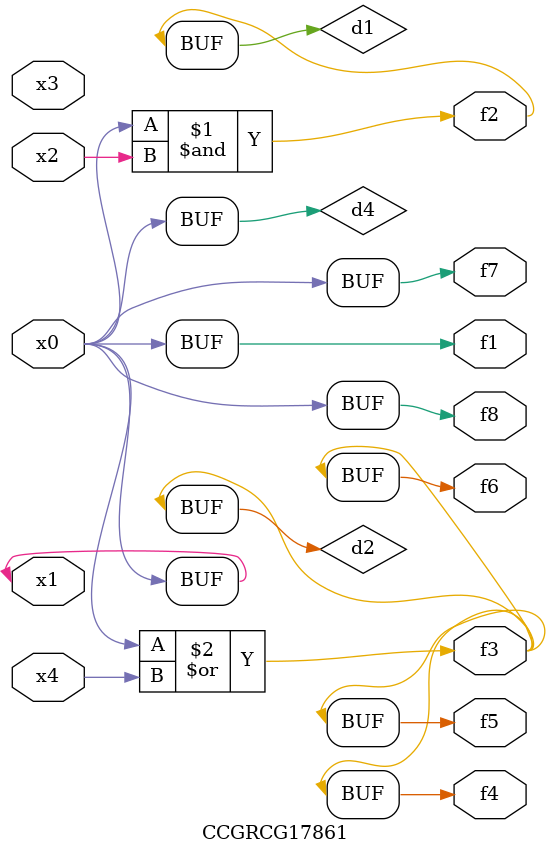
<source format=v>
module CCGRCG17861(
	input x0, x1, x2, x3, x4,
	output f1, f2, f3, f4, f5, f6, f7, f8
);

	wire d1, d2, d3, d4;

	and (d1, x0, x2);
	or (d2, x0, x4);
	nand (d3, x0, x2);
	buf (d4, x0, x1);
	assign f1 = d4;
	assign f2 = d1;
	assign f3 = d2;
	assign f4 = d2;
	assign f5 = d2;
	assign f6 = d2;
	assign f7 = d4;
	assign f8 = d4;
endmodule

</source>
